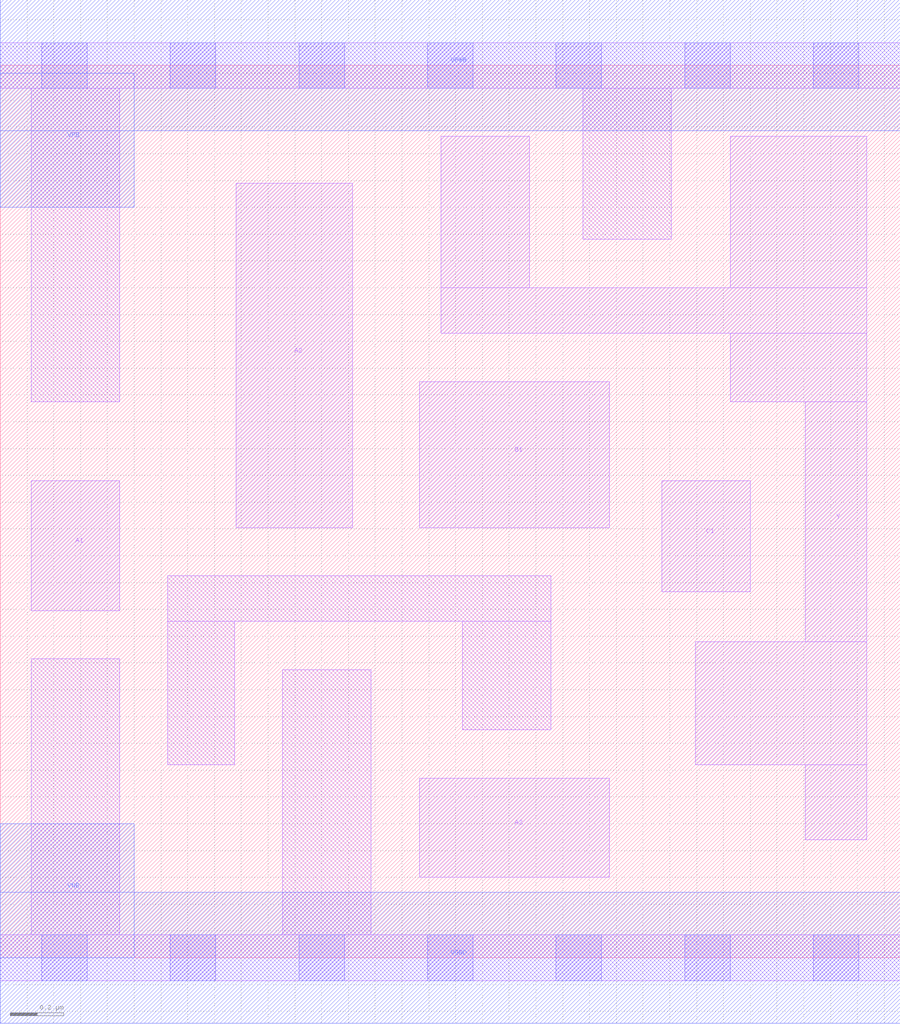
<source format=lef>
# Copyright 2020 The SkyWater PDK Authors
#
# Licensed under the Apache License, Version 2.0 (the "License");
# you may not use this file except in compliance with the License.
# You may obtain a copy of the License at
#
#     https://www.apache.org/licenses/LICENSE-2.0
#
# Unless required by applicable law or agreed to in writing, software
# distributed under the License is distributed on an "AS IS" BASIS,
# WITHOUT WARRANTIES OR CONDITIONS OF ANY KIND, either express or implied.
# See the License for the specific language governing permissions and
# limitations under the License.
#
# SPDX-License-Identifier: Apache-2.0

VERSION 5.5 ;
NAMESCASESENSITIVE ON ;
BUSBITCHARS "[]" ;
DIVIDERCHAR "/" ;
MACRO sky130_fd_sc_lp__o311ai_lp
  CLASS CORE ;
  SOURCE USER ;
  ORIGIN  0.000000  0.000000 ;
  SIZE  3.360000 BY  3.330000 ;
  SYMMETRY X Y R90 ;
  SITE unit ;
  PIN A1
    ANTENNAGATEAREA  0.313000 ;
    DIRECTION INPUT ;
    USE SIGNAL ;
    PORT
      LAYER li1 ;
        RECT 0.115000 1.295000 0.445000 1.780000 ;
    END
  END A1
  PIN A2
    ANTENNAGATEAREA  0.313000 ;
    DIRECTION INPUT ;
    USE SIGNAL ;
    PORT
      LAYER li1 ;
        RECT 0.880000 1.605000 1.315000 2.890000 ;
    END
  END A2
  PIN A3
    ANTENNAGATEAREA  0.313000 ;
    DIRECTION INPUT ;
    USE SIGNAL ;
    PORT
      LAYER li1 ;
        RECT 1.565000 0.300000 2.275000 0.670000 ;
    END
  END A3
  PIN B1
    ANTENNAGATEAREA  0.313000 ;
    DIRECTION INPUT ;
    USE SIGNAL ;
    PORT
      LAYER li1 ;
        RECT 1.565000 1.605000 2.275000 2.150000 ;
    END
  END B1
  PIN C1
    ANTENNAGATEAREA  0.313000 ;
    DIRECTION INPUT ;
    USE SIGNAL ;
    PORT
      LAYER li1 ;
        RECT 2.470000 1.365000 2.800000 1.780000 ;
    END
  END C1
  PIN Y
    ANTENNADIFFAREA  0.684700 ;
    DIRECTION OUTPUT ;
    USE SIGNAL ;
    PORT
      LAYER li1 ;
        RECT 1.645000 2.330000 3.235000 2.500000 ;
        RECT 1.645000 2.500000 1.975000 3.065000 ;
        RECT 2.595000 0.720000 3.235000 1.180000 ;
        RECT 2.725000 2.075000 3.235000 2.330000 ;
        RECT 2.725000 2.500000 3.235000 3.065000 ;
        RECT 3.005000 0.440000 3.235000 0.720000 ;
        RECT 3.005000 1.180000 3.235000 2.075000 ;
    END
  END Y
  PIN VGND
    DIRECTION INOUT ;
    USE GROUND ;
    PORT
      LAYER met1 ;
        RECT 0.000000 -0.245000 3.360000 0.245000 ;
    END
  END VGND
  PIN VNB
    DIRECTION INOUT ;
    USE GROUND ;
    PORT
      LAYER met1 ;
        RECT 0.000000 0.000000 0.500000 0.500000 ;
    END
  END VNB
  PIN VPB
    DIRECTION INOUT ;
    USE POWER ;
    PORT
      LAYER met1 ;
        RECT 0.000000 2.800000 0.500000 3.300000 ;
    END
  END VPB
  PIN VPWR
    DIRECTION INOUT ;
    USE POWER ;
    PORT
      LAYER met1 ;
        RECT 0.000000 3.085000 3.360000 3.575000 ;
    END
  END VPWR
  OBS
    LAYER li1 ;
      RECT 0.000000 -0.085000 3.360000 0.085000 ;
      RECT 0.000000  3.245000 3.360000 3.415000 ;
      RECT 0.115000  0.085000 0.445000 1.115000 ;
      RECT 0.115000  2.075000 0.445000 3.245000 ;
      RECT 0.625000  0.720000 0.875000 1.255000 ;
      RECT 0.625000  1.255000 2.055000 1.425000 ;
      RECT 1.055000  0.085000 1.385000 1.075000 ;
      RECT 1.725000  0.850000 2.055000 1.255000 ;
      RECT 2.175000  2.680000 2.505000 3.245000 ;
    LAYER mcon ;
      RECT 0.155000 -0.085000 0.325000 0.085000 ;
      RECT 0.155000  3.245000 0.325000 3.415000 ;
      RECT 0.635000 -0.085000 0.805000 0.085000 ;
      RECT 0.635000  3.245000 0.805000 3.415000 ;
      RECT 1.115000 -0.085000 1.285000 0.085000 ;
      RECT 1.115000  3.245000 1.285000 3.415000 ;
      RECT 1.595000 -0.085000 1.765000 0.085000 ;
      RECT 1.595000  3.245000 1.765000 3.415000 ;
      RECT 2.075000 -0.085000 2.245000 0.085000 ;
      RECT 2.075000  3.245000 2.245000 3.415000 ;
      RECT 2.555000 -0.085000 2.725000 0.085000 ;
      RECT 2.555000  3.245000 2.725000 3.415000 ;
      RECT 3.035000 -0.085000 3.205000 0.085000 ;
      RECT 3.035000  3.245000 3.205000 3.415000 ;
  END
END sky130_fd_sc_lp__o311ai_lp
END LIBRARY

</source>
